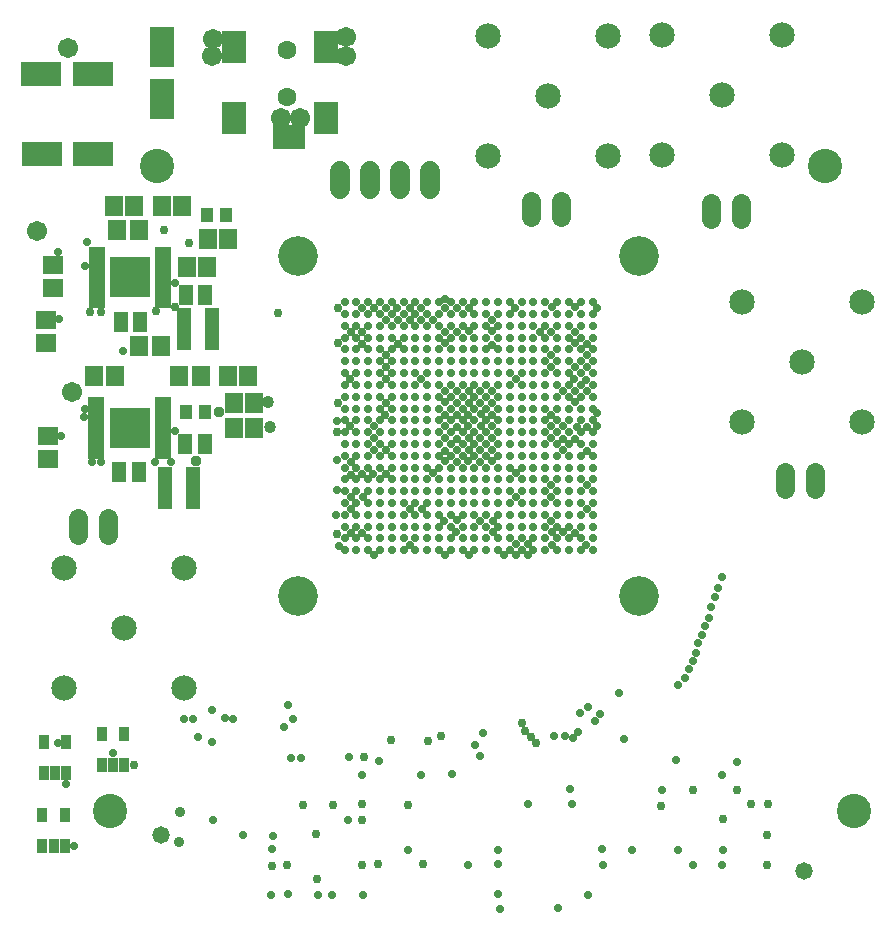
<source format=gbr>
G04 EAGLE Gerber RS-274X export*
G75*
%MOMM*%
%FSLAX34Y34*%
%LPD*%
%INSoldermask Top*%
%IPPOS*%
%AMOC8*
5,1,8,0,0,1.08239X$1,22.5*%
G01*
%ADD10C,3.353200*%
%ADD11C,2.903200*%
%ADD12C,2.146300*%
%ADD13R,1.503200X1.703200*%
%ADD14R,1.173200X1.673200*%
%ADD15R,0.893200X1.193200*%
%ADD16C,1.473200*%
%ADD17C,1.603200*%
%ADD18R,2.003200X2.703200*%
%ADD19R,2.703200X2.003200*%
%ADD20R,1.003200X1.153200*%
%ADD21R,1.703200X1.503200*%
%ADD22R,1.475100X0.785000*%
%ADD23R,3.503200X3.503200*%
%ADD24C,0.703200*%
%ADD25C,1.574800*%
%ADD26C,1.727200*%
%ADD27R,1.165000X3.545000*%
%ADD28R,2.053200X3.353200*%
%ADD29R,3.353200X2.053200*%
%ADD30C,0.756400*%
%ADD31C,1.703200*%
%ADD32C,1.028200*%
%ADD33C,0.706400*%
%ADD34C,0.953200*%
%ADD35C,0.878200*%


D10*
X373650Y596350D03*
X373650Y308150D03*
X661850Y308150D03*
X661850Y596350D03*
D11*
X214500Y126500D03*
X844500Y126500D03*
X254000Y672500D03*
X819500Y672500D03*
D12*
X585000Y732200D03*
X635800Y783000D03*
X534200Y783000D03*
X534200Y681400D03*
X635800Y681400D03*
X732200Y732900D03*
X783000Y783700D03*
X681400Y783700D03*
X681400Y682100D03*
X783000Y682100D03*
X800500Y506800D03*
X851300Y557600D03*
X749700Y557600D03*
X749700Y456000D03*
X851300Y456000D03*
D13*
X314100Y494800D03*
X331100Y494800D03*
X258000Y639100D03*
X275000Y639100D03*
X319000Y472300D03*
X336000Y472300D03*
X279500Y587400D03*
X296500Y587400D03*
D14*
X221800Y413700D03*
X238400Y413700D03*
X223400Y540700D03*
X240000Y540700D03*
X294200Y437400D03*
X277600Y437400D03*
X294900Y563200D03*
X278300Y563200D03*
D13*
X201000Y494500D03*
X218000Y494500D03*
X217700Y639100D03*
X234700Y639100D03*
X319100Y451100D03*
X336100Y451100D03*
X314400Y610600D03*
X297400Y610600D03*
D15*
X157000Y96800D03*
X166500Y96800D03*
X176000Y96800D03*
X176000Y122700D03*
X157000Y122700D03*
X207100Y165800D03*
X216600Y165800D03*
X226100Y165800D03*
X226100Y191700D03*
X207100Y191700D03*
X158300Y158600D03*
X167800Y158600D03*
X177300Y158600D03*
X177300Y184500D03*
X158300Y184500D03*
D16*
X257610Y106500D03*
X801410Y76000D03*
D17*
X363800Y770800D03*
X363800Y730800D03*
D18*
X396800Y713300D03*
X318800Y713300D03*
X396800Y773300D03*
X318800Y773300D03*
D19*
X365800Y696800D03*
D13*
X291200Y494900D03*
X272200Y494900D03*
X238900Y618300D03*
X219900Y618300D03*
D20*
X278300Y464200D03*
X294300Y464200D03*
X296400Y631300D03*
X312400Y631300D03*
D13*
X257500Y520500D03*
X238500Y520500D03*
D21*
X165900Y588400D03*
X165900Y569400D03*
X162000Y443600D03*
X162000Y424600D03*
X159700Y542100D03*
X159700Y523100D03*
D22*
X202583Y473650D03*
X202583Y467150D03*
X202583Y460650D03*
X202583Y454150D03*
X202583Y447650D03*
X202583Y441150D03*
X202583Y434650D03*
X202583Y428150D03*
X259017Y428150D03*
X259017Y434650D03*
X259017Y441150D03*
X259017Y447650D03*
X259017Y454150D03*
X259017Y460650D03*
X259017Y467150D03*
X259017Y473650D03*
D23*
X230800Y450900D03*
D24*
X412750Y557250D03*
X422750Y557250D03*
X432750Y557250D03*
X442750Y557250D03*
X452750Y557250D03*
X462750Y557250D03*
X472750Y557250D03*
X482750Y557250D03*
X492750Y557250D03*
X502750Y557250D03*
X512750Y557250D03*
X522750Y557250D03*
X532750Y557250D03*
X542750Y557250D03*
X552750Y557250D03*
X562750Y557250D03*
X572750Y557250D03*
X582750Y557250D03*
X592750Y557250D03*
X602750Y557250D03*
X612750Y557250D03*
X622750Y557250D03*
X412750Y547250D03*
X422750Y547250D03*
X432750Y547250D03*
X442750Y547250D03*
X452750Y547250D03*
X462750Y547250D03*
X472750Y547250D03*
X482750Y547250D03*
X492750Y547250D03*
X502750Y547250D03*
X512750Y547250D03*
X522750Y547250D03*
X532750Y547250D03*
X542750Y547250D03*
X552750Y547250D03*
X562750Y547250D03*
X572750Y547250D03*
X582750Y547250D03*
X592750Y547250D03*
X602750Y547250D03*
X612750Y547250D03*
X622750Y547250D03*
X412750Y537250D03*
X422750Y537250D03*
X432750Y537250D03*
X442750Y537250D03*
X452750Y537250D03*
X462750Y537250D03*
X472750Y537250D03*
X482750Y537250D03*
X492750Y537250D03*
X502750Y537250D03*
X512750Y537250D03*
X522750Y537250D03*
X532750Y537250D03*
X542750Y537250D03*
X552750Y537250D03*
X562750Y537250D03*
X572750Y537250D03*
X582750Y537250D03*
X592750Y537250D03*
X602750Y537250D03*
X612750Y537250D03*
X622750Y537250D03*
X412750Y527250D03*
X422750Y527250D03*
X432750Y527250D03*
X442750Y527250D03*
X452750Y527250D03*
X462750Y527250D03*
X472750Y527250D03*
X482750Y527250D03*
X492750Y527250D03*
X502750Y527250D03*
X512750Y527250D03*
X522750Y527250D03*
X532750Y527250D03*
X542750Y527250D03*
X552750Y527250D03*
X562750Y527250D03*
X572750Y527250D03*
X582750Y527250D03*
X592750Y527250D03*
X602750Y527250D03*
X612750Y527250D03*
X622750Y527250D03*
X412750Y517250D03*
X422750Y517250D03*
X432750Y517250D03*
X442750Y517250D03*
X452750Y517250D03*
X462750Y517250D03*
X472750Y517250D03*
X482750Y517250D03*
X492750Y517250D03*
X502750Y517250D03*
X512750Y517250D03*
X522750Y517250D03*
X532750Y517250D03*
X542750Y517250D03*
X552750Y517250D03*
X562750Y517250D03*
X572750Y517250D03*
X582750Y517250D03*
X592750Y517250D03*
X602750Y517250D03*
X612750Y517250D03*
X622750Y517250D03*
X412750Y507250D03*
X422750Y507250D03*
X432750Y507250D03*
X442750Y507250D03*
X452750Y507250D03*
X462750Y507250D03*
X472750Y507250D03*
X482750Y507250D03*
X492750Y507250D03*
X502750Y507250D03*
X512750Y507250D03*
X522750Y507250D03*
X532750Y507250D03*
X542750Y507250D03*
X552750Y507250D03*
X562750Y507250D03*
X572750Y507250D03*
X582750Y507250D03*
X592750Y507250D03*
X602750Y507250D03*
X612750Y507250D03*
X622750Y507250D03*
X412750Y497250D03*
X422750Y497250D03*
X432750Y497250D03*
X442750Y497250D03*
X452750Y497250D03*
X462750Y497250D03*
X472750Y497250D03*
X482750Y497250D03*
X492750Y497250D03*
X502750Y497250D03*
X512750Y497250D03*
X522750Y497250D03*
X532750Y497250D03*
X542750Y497250D03*
X552750Y497250D03*
X562750Y497250D03*
X572750Y497250D03*
X582750Y497250D03*
X592750Y497250D03*
X602750Y497250D03*
X612750Y497250D03*
X622750Y497250D03*
X412750Y487250D03*
X422750Y487250D03*
X432750Y487250D03*
X442750Y487250D03*
X452750Y487250D03*
X462750Y487250D03*
X472750Y487250D03*
X482750Y487250D03*
X492750Y487250D03*
X502750Y487250D03*
X512750Y487250D03*
X522750Y487250D03*
X532750Y487250D03*
X542750Y487250D03*
X552750Y487250D03*
X562750Y487250D03*
X572750Y487250D03*
X582750Y487250D03*
X592750Y487250D03*
X602750Y487250D03*
X612750Y487250D03*
X622750Y487250D03*
X412750Y477250D03*
X422750Y477250D03*
X432750Y477250D03*
X442750Y477250D03*
X452750Y477250D03*
X462750Y477250D03*
X472750Y477250D03*
X482750Y477250D03*
X492750Y477250D03*
X502750Y477250D03*
X512750Y477250D03*
X522750Y477250D03*
X532750Y477250D03*
X542750Y477250D03*
X552750Y477250D03*
X562750Y477250D03*
X572750Y477250D03*
X582750Y477250D03*
X592750Y477250D03*
X602750Y477250D03*
X612750Y477250D03*
X622750Y477250D03*
X412750Y467250D03*
X422750Y467250D03*
X432750Y467250D03*
X442750Y467250D03*
X452750Y467250D03*
X462750Y467250D03*
X472750Y467250D03*
X482750Y467250D03*
X492750Y467250D03*
X502750Y467250D03*
X512750Y467250D03*
X522750Y467250D03*
X532750Y467250D03*
X542750Y467250D03*
X552750Y467250D03*
X562750Y467250D03*
X572750Y467250D03*
X582750Y467250D03*
X592750Y467250D03*
X602750Y467250D03*
X612750Y467250D03*
X622750Y467250D03*
X412750Y457250D03*
X422750Y457250D03*
X432750Y457250D03*
X442750Y457250D03*
X452750Y457250D03*
X462750Y457250D03*
X472750Y457250D03*
X482750Y457250D03*
X492750Y457250D03*
X502750Y457250D03*
X512750Y457250D03*
X522750Y457250D03*
X532750Y457250D03*
X542750Y457250D03*
X552750Y457250D03*
X562750Y457250D03*
X572750Y457250D03*
X582750Y457250D03*
X592750Y457250D03*
X602750Y457250D03*
X612750Y457250D03*
X622750Y457250D03*
X412750Y447250D03*
X422750Y447250D03*
X432750Y447250D03*
X442750Y447250D03*
X452750Y447250D03*
X462750Y447250D03*
X472750Y447250D03*
X482750Y447250D03*
X492750Y447250D03*
X502750Y447250D03*
X512750Y447250D03*
X522750Y447250D03*
X532750Y447250D03*
X542750Y447250D03*
X552750Y447250D03*
X562750Y447250D03*
X572750Y447250D03*
X582750Y447250D03*
X592750Y447250D03*
X602750Y447250D03*
X612750Y447250D03*
X622750Y447250D03*
X412750Y437250D03*
X422750Y437250D03*
X432750Y437250D03*
X442750Y437250D03*
X452750Y437250D03*
X462750Y437250D03*
X472750Y437250D03*
X482750Y437250D03*
X492750Y437250D03*
X502750Y437250D03*
X512750Y437250D03*
X522750Y437250D03*
X532750Y437250D03*
X542750Y437250D03*
X552750Y437250D03*
X562750Y437250D03*
X572750Y437250D03*
X582750Y437250D03*
X592750Y437250D03*
X602750Y437250D03*
X612750Y437250D03*
X622750Y437250D03*
X412750Y427250D03*
X422750Y427250D03*
X432750Y427250D03*
X442750Y427250D03*
X452750Y427250D03*
X462750Y427250D03*
X472750Y427250D03*
X482750Y427250D03*
X492750Y427250D03*
X502750Y427250D03*
X512750Y427250D03*
X522750Y427250D03*
X532750Y427250D03*
X542750Y427250D03*
X552750Y427250D03*
X562750Y427250D03*
X572750Y427250D03*
X582750Y427250D03*
X592750Y427250D03*
X602750Y427250D03*
X612750Y427250D03*
X622750Y427250D03*
X412750Y417250D03*
X422750Y417250D03*
X432750Y417250D03*
X442750Y417250D03*
X452750Y417250D03*
X462750Y417250D03*
X472750Y417250D03*
X482750Y417250D03*
X492750Y417250D03*
X502750Y417250D03*
X512750Y417250D03*
X522750Y417250D03*
X532750Y417250D03*
X542750Y417250D03*
X552750Y417250D03*
X562750Y417250D03*
X572750Y417250D03*
X582750Y417250D03*
X592750Y417250D03*
X602750Y417250D03*
X612750Y417250D03*
X622750Y417250D03*
X412750Y407250D03*
X422750Y407250D03*
X432750Y407250D03*
X442750Y407250D03*
X452750Y407250D03*
X462750Y407250D03*
X472750Y407250D03*
X482750Y407250D03*
X492750Y407250D03*
X502750Y407250D03*
X512750Y407250D03*
X522750Y407250D03*
X532750Y407250D03*
X542750Y407250D03*
X552750Y407250D03*
X562750Y407250D03*
X572750Y407250D03*
X582750Y407250D03*
X592750Y407250D03*
X602750Y407250D03*
X612750Y407250D03*
X622750Y407250D03*
X412750Y397250D03*
X422750Y397250D03*
X432750Y397250D03*
X442750Y397250D03*
X452750Y397250D03*
X462750Y397250D03*
X472750Y397250D03*
X482750Y397250D03*
X492750Y397250D03*
X502750Y397250D03*
X512750Y397250D03*
X522750Y397250D03*
X532750Y397250D03*
X542750Y397250D03*
X552750Y397250D03*
X562750Y397250D03*
X572750Y397250D03*
X582750Y397250D03*
X592750Y397250D03*
X602750Y397250D03*
X612750Y397250D03*
X622750Y397250D03*
X412750Y387250D03*
X422750Y387250D03*
X432750Y387250D03*
X442750Y387250D03*
X452750Y387250D03*
X462750Y387250D03*
X472750Y387250D03*
X482750Y387250D03*
X492750Y387250D03*
X502750Y387250D03*
X512750Y387250D03*
X522750Y387250D03*
X532750Y387250D03*
X542750Y387250D03*
X552750Y387250D03*
X562750Y387250D03*
X572750Y387250D03*
X582750Y387250D03*
X592750Y387250D03*
X602750Y387250D03*
X612750Y387250D03*
X622750Y387250D03*
X412750Y377250D03*
X422750Y377250D03*
X432750Y377250D03*
X442750Y377250D03*
X452750Y377250D03*
X462750Y377250D03*
X472750Y377250D03*
X482750Y377250D03*
X492750Y377250D03*
X502750Y377250D03*
X512750Y377250D03*
X522750Y377250D03*
X532750Y377250D03*
X542750Y377250D03*
X552750Y377250D03*
X562750Y377250D03*
X572750Y377250D03*
X582750Y377250D03*
X592750Y377250D03*
X602750Y377250D03*
X612750Y377250D03*
X622750Y377250D03*
X412750Y367250D03*
X422750Y367250D03*
X432750Y367250D03*
X442750Y367250D03*
X452750Y367250D03*
X462750Y367250D03*
X472750Y367250D03*
X482750Y367250D03*
X492750Y367250D03*
X502750Y367250D03*
X512750Y367250D03*
X522750Y367250D03*
X532750Y367250D03*
X542750Y367250D03*
X552750Y367250D03*
X562750Y367250D03*
X572750Y367250D03*
X582750Y367250D03*
X592750Y367250D03*
X602750Y367250D03*
X612750Y367250D03*
X622750Y367250D03*
X412750Y357250D03*
X422750Y357250D03*
X432750Y357250D03*
X442750Y357250D03*
X452750Y357250D03*
X462750Y357250D03*
X472750Y357250D03*
X482750Y357250D03*
X492750Y357250D03*
X502750Y357250D03*
X512750Y357250D03*
X522750Y357250D03*
X532750Y357250D03*
X542750Y357250D03*
X552750Y357250D03*
X562750Y357250D03*
X572750Y357250D03*
X582750Y357250D03*
X592750Y357250D03*
X602750Y357250D03*
X612750Y357250D03*
X622750Y357250D03*
X412750Y347250D03*
X422750Y347250D03*
X432750Y347250D03*
X442750Y347250D03*
X452750Y347250D03*
X462750Y347250D03*
X472750Y347250D03*
X482750Y347250D03*
X492750Y347250D03*
X502750Y347250D03*
X512750Y347250D03*
X522750Y347250D03*
X532750Y347250D03*
X542750Y347250D03*
X552750Y347250D03*
X562750Y347250D03*
X572750Y347250D03*
X582750Y347250D03*
X592750Y347250D03*
X602750Y347250D03*
X612750Y347250D03*
X622750Y347250D03*
D22*
X202883Y600950D03*
X202883Y594450D03*
X202883Y587950D03*
X202883Y581450D03*
X202883Y574950D03*
X202883Y568450D03*
X202883Y561950D03*
X202883Y555450D03*
X259317Y555450D03*
X259317Y561950D03*
X259317Y568450D03*
X259317Y574950D03*
X259317Y581450D03*
X259317Y587950D03*
X259317Y594450D03*
X259317Y600950D03*
D23*
X231100Y578200D03*
D12*
X225800Y281500D03*
X276600Y332300D03*
X175000Y332300D03*
X175000Y230700D03*
X276600Y230700D03*
D25*
X212500Y360442D02*
X212500Y374158D01*
X187100Y374158D02*
X187100Y360442D01*
X785400Y399442D02*
X785400Y413158D01*
X810800Y413158D02*
X810800Y399442D01*
X722700Y627342D02*
X722700Y641058D01*
X748100Y641058D02*
X748100Y627342D01*
X570300Y629042D02*
X570300Y642758D01*
X595700Y642758D02*
X595700Y629042D01*
D26*
X485500Y653180D02*
X485500Y668420D01*
X460100Y668420D02*
X460100Y653180D01*
X434700Y653180D02*
X434700Y668420D01*
X409300Y668420D02*
X409300Y653180D01*
D27*
X260450Y400000D03*
X284150Y400000D03*
X277050Y534600D03*
X300750Y534600D03*
D28*
X258000Y729500D03*
X258000Y773500D03*
D29*
X199900Y750800D03*
X155900Y750800D03*
X200200Y683100D03*
X156200Y683100D03*
D30*
X217900Y463800D03*
X244000Y463800D03*
X217600Y455700D03*
X217700Y447200D03*
X218100Y439200D03*
X243800Y438600D03*
X243500Y446600D03*
X243700Y454700D03*
X235600Y454900D03*
X226400Y455300D03*
X225800Y447500D03*
X235200Y447000D03*
X226000Y439500D03*
X234700Y439400D03*
X226700Y463800D03*
X235500Y463700D03*
X218200Y591200D03*
X244400Y591500D03*
X218400Y567100D03*
X244000Y567000D03*
X226400Y591200D03*
X234900Y591100D03*
X218200Y583800D03*
X218200Y575300D03*
X243900Y575200D03*
X243700Y583000D03*
X234800Y582800D03*
X226500Y583300D03*
X226300Y575200D03*
X234800Y575100D03*
X234900Y566700D03*
X226700Y566700D03*
D31*
X301100Y780100D03*
X300700Y765400D03*
X414200Y781400D03*
X414100Y765800D03*
X358700Y713200D03*
X374900Y713600D03*
X152100Y617200D03*
D32*
X349700Y451200D03*
D30*
X407400Y552400D03*
X437800Y552200D03*
X427600Y532300D03*
X417900Y532300D03*
X407500Y522500D03*
X427600Y522200D03*
X447800Y512600D03*
X458000Y522300D03*
X447600Y502200D03*
X447600Y492400D03*
X407400Y472300D03*
X447500Y472000D03*
X447200Y462100D03*
X447500Y432300D03*
X417700Y452100D03*
X418300Y410900D03*
X447900Y412000D03*
D33*
X405700Y377100D03*
X417900Y361900D03*
X427200Y361800D03*
X407700Y351100D03*
X468000Y351900D03*
X497500Y560300D03*
X497400Y522400D03*
X517900Y552300D03*
X537500Y542200D03*
X557200Y552700D03*
X537400Y532600D03*
X537500Y521300D03*
X578100Y532100D03*
X587400Y532000D03*
X588200Y553100D03*
X607500Y532200D03*
X626300Y552300D03*
X607500Y522500D03*
X618100Y522300D03*
X617500Y491800D03*
X587900Y512400D03*
X587800Y502200D03*
X626300Y463800D03*
X609800Y451600D03*
X587900Y462000D03*
X607800Y441200D03*
X597600Y441700D03*
X617800Y431100D03*
X597600Y432200D03*
X587600Y402100D03*
X587500Y392000D03*
X618000Y402200D03*
X617700Y382300D03*
X597900Y362700D03*
X617600Y351900D03*
X607700Y362100D03*
X557700Y343000D03*
X538100Y372300D03*
X517800Y342900D03*
X527600Y372400D03*
X497300Y372300D03*
X507800Y372800D03*
X507500Y362300D03*
X497700Y343000D03*
X557900Y392100D03*
X477700Y492100D03*
X557900Y492300D03*
X557700Y412300D03*
X487700Y412300D03*
X497600Y472400D03*
X508000Y472200D03*
X518000Y472100D03*
X527400Y472200D03*
X537800Y472200D03*
X537600Y462200D03*
X537900Y452300D03*
X537800Y442400D03*
X537500Y432400D03*
X537400Y422600D03*
X527800Y431800D03*
X527600Y422200D03*
X517600Y422500D03*
X507900Y422300D03*
X537800Y481700D03*
X527800Y481700D03*
X527900Y462400D03*
X527900Y452100D03*
X527700Y441900D03*
X517900Y432100D03*
X508100Y432200D03*
X517900Y442100D03*
X517700Y452300D03*
X517700Y462100D03*
X518000Y481800D03*
X508000Y481900D03*
X507600Y462200D03*
X508100Y451900D03*
X507900Y441800D03*
X497600Y431600D03*
X497500Y422500D03*
X497700Y442000D03*
X497500Y452600D03*
X497500Y462100D03*
X497500Y481900D03*
D30*
X417600Y492500D03*
D33*
X478200Y381900D03*
X467800Y381900D03*
X437700Y343300D03*
D32*
X348100Y472400D03*
D30*
X234300Y165300D03*
D33*
X183900Y96800D03*
X177100Y149600D03*
D30*
X259500Y618200D03*
X280700Y607300D03*
D31*
X178400Y772900D03*
D30*
X707600Y144200D03*
X745100Y144400D03*
X681100Y130600D03*
X733200Y119400D03*
X757100Y132100D03*
X771000Y132300D03*
D31*
X181600Y481400D03*
D34*
X306700Y464000D03*
D33*
X608100Y553200D03*
X169800Y184300D03*
X269200Y448400D03*
X538300Y362300D03*
X441700Y168600D03*
X587600Y371900D03*
X504100Y157600D03*
X588000Y362500D03*
X693300Y169300D03*
X588000Y352000D03*
X745100Y168300D03*
X568100Y352200D03*
X427800Y157300D03*
X558300Y352500D03*
X523400Y182648D03*
X477900Y157000D03*
X567800Y343200D03*
X527200Y172800D03*
X681300Y144300D03*
X547800Y343100D03*
X529616Y192484D03*
X732600Y157000D03*
X497600Y532100D03*
X701400Y239300D03*
D30*
X575102Y183900D03*
X427300Y119200D03*
X351650Y80150D03*
D33*
X468400Y552400D03*
X723050Y299250D03*
D30*
X388507Y107393D03*
D33*
X497500Y552300D03*
X710700Y260500D03*
D30*
X563330Y201170D03*
X494400Y190400D03*
X427700Y80900D03*
D33*
X587700Y452400D03*
X589700Y190000D03*
X542600Y93700D03*
X607400Y491900D03*
X649066Y187034D03*
X631100Y94000D03*
X608000Y472500D03*
X624800Y203100D03*
X656300Y93700D03*
X587800Y442000D03*
X695500Y93500D03*
X617800Y512600D03*
X733300Y93800D03*
X487800Y542300D03*
X704400Y246400D03*
D30*
X570300Y189100D03*
X429400Y172400D03*
X377300Y131300D03*
D33*
X477600Y552700D03*
X718200Y282900D03*
D30*
X427300Y132400D03*
D33*
X447600Y542100D03*
X728800Y315700D03*
D30*
X452408Y186900D03*
D33*
X617700Y482100D03*
X606100Y188400D03*
X567700Y132100D03*
X607600Y482100D03*
X610800Y193200D03*
X605650Y132150D03*
X457800Y542200D03*
X721250Y290250D03*
D30*
X364450Y80750D03*
D33*
X457600Y552100D03*
X726250Y307650D03*
D30*
X389400Y68600D03*
D33*
X467800Y542400D03*
X715800Y275200D03*
D30*
X440700Y81500D03*
D33*
X477600Y542300D03*
X711900Y268600D03*
D30*
X479050Y81250D03*
D33*
X507900Y532200D03*
X695402Y233150D03*
X517100Y81200D03*
X607900Y502400D03*
X644900Y226000D03*
X542300Y81300D03*
X626300Y452200D03*
X618524Y214576D03*
X631300Y80900D03*
X617700Y502200D03*
X707500Y81200D03*
X597500Y482200D03*
X629264Y208400D03*
X732400Y80900D03*
X418000Y392200D03*
X368949Y204749D03*
X326500Y106600D03*
X418000Y422400D03*
X318600Y204800D03*
X351600Y94100D03*
X427400Y412200D03*
X376047Y171347D03*
X466100Y93400D03*
X428200Y392000D03*
X364724Y216324D03*
X301000Y118600D03*
X437200Y412100D03*
X361300Y197700D03*
X351800Y105000D03*
X418100Y382500D03*
X416600Y171800D03*
X415300Y119100D03*
X438000Y432100D03*
X300500Y185200D03*
X364700Y56300D03*
X437300Y452100D03*
X300500Y212100D03*
X401900Y55700D03*
X406400Y457000D03*
X276800Y204100D03*
X544400Y43900D03*
X406500Y423700D03*
X288900Y189500D03*
X350900Y55200D03*
X437700Y442000D03*
X311416Y204984D03*
X389900Y55600D03*
X284500Y204300D03*
X428700Y55500D03*
D30*
X406598Y447113D03*
D33*
X517800Y532500D03*
X593100Y44300D03*
X617900Y451900D03*
X612200Y209600D03*
X618600Y55500D03*
X447800Y552500D03*
X732100Y324200D03*
D30*
X402600Y131500D03*
D33*
X507600Y552400D03*
X707400Y253400D03*
D30*
X565540Y193960D03*
X483449Y186051D03*
X466100Y131700D03*
D33*
X598100Y452300D03*
X599250Y189650D03*
X603400Y144900D03*
D35*
X273200Y125600D03*
X273000Y100400D03*
D30*
X770600Y106600D03*
X770800Y81000D03*
D33*
X192900Y467100D03*
D30*
X356400Y548100D03*
D34*
X286800Y422600D03*
D33*
X192400Y460500D03*
X172800Y443700D03*
X269000Y573800D03*
X198700Y422200D03*
X206200Y422200D03*
X252500Y422000D03*
X265600Y422200D03*
D30*
X206300Y549400D03*
X253300Y549800D03*
X269000Y552800D03*
X196900Y549000D03*
D33*
X192600Y588100D03*
X170700Y543200D03*
X216600Y175700D03*
X427400Y552500D03*
D30*
X406400Y360700D03*
D33*
X406500Y398000D03*
X367722Y171222D03*
X542300Y55900D03*
X195000Y608600D03*
X169900Y599500D03*
X225400Y515800D03*
M02*

</source>
